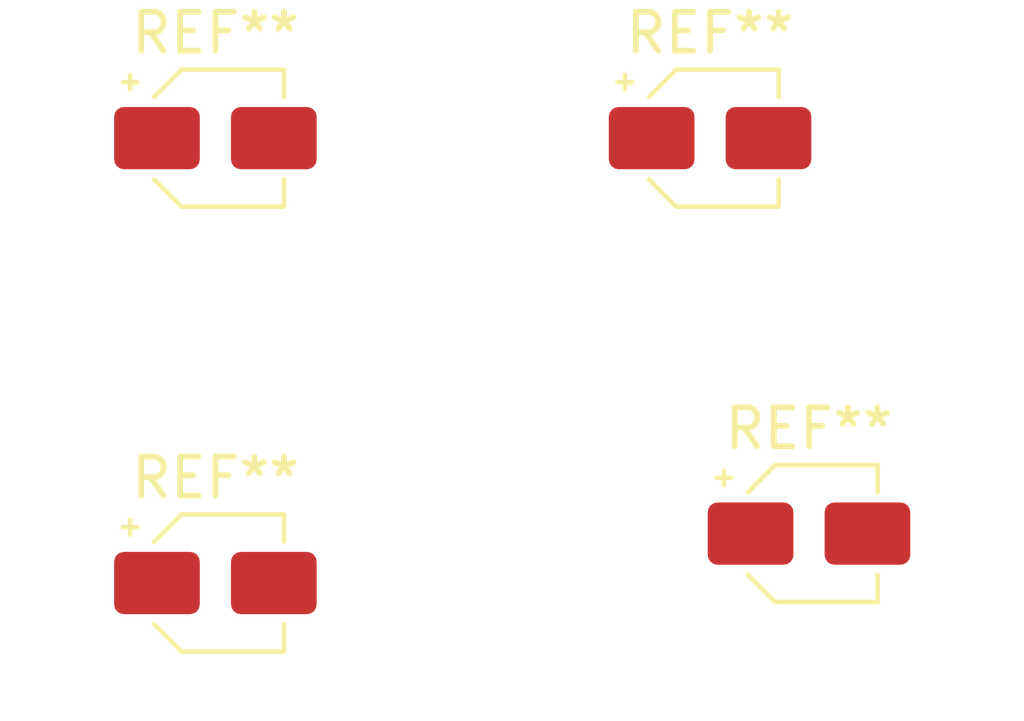
<source format=kicad_pcb>
(kicad_pcb (version 20171130) (host pcbnew 5.1.9-73d0e3b20d~88~ubuntu20.04.1)

  (general
    (thickness 1.6)
    (drawings 0)
    (tracks 0)
    (zones 0)
    (modules 4)
    (nets 1)
  )

  (page A4)
  (layers
    (0 F.Cu signal)
    (31 B.Cu signal)
    (32 B.Adhes user)
    (33 F.Adhes user)
    (34 B.Paste user)
    (35 F.Paste user)
    (36 B.SilkS user)
    (37 F.SilkS user)
    (38 B.Mask user)
    (39 F.Mask user)
    (40 Dwgs.User user)
    (41 Cmts.User user)
    (42 Eco1.User user)
    (43 Eco2.User user)
    (44 Edge.Cuts user)
    (45 Margin user)
    (46 B.CrtYd user)
    (47 F.CrtYd user)
    (48 B.Fab user)
    (49 F.Fab user)
  )

  (setup
    (last_trace_width 0.25)
    (trace_clearance 0.2)
    (zone_clearance 0.508)
    (zone_45_only no)
    (trace_min 0.2)
    (via_size 0.8)
    (via_drill 0.4)
    (via_min_size 0.4)
    (via_min_drill 0.3)
    (uvia_size 0.3)
    (uvia_drill 0.1)
    (uvias_allowed no)
    (uvia_min_size 0.2)
    (uvia_min_drill 0.1)
    (edge_width 0.05)
    (segment_width 0.2)
    (pcb_text_width 0.3)
    (pcb_text_size 1.5 1.5)
    (mod_edge_width 0.12)
    (mod_text_size 1 1)
    (mod_text_width 0.15)
    (pad_size 1.524 1.524)
    (pad_drill 0.762)
    (pad_to_mask_clearance 0)
    (aux_axis_origin 0 0)
    (visible_elements FFFFFF7F)
    (pcbplotparams
      (layerselection 0x010fc_ffffffff)
      (usegerberextensions false)
      (usegerberattributes true)
      (usegerberadvancedattributes true)
      (creategerberjobfile true)
      (excludeedgelayer true)
      (linewidth 0.100000)
      (plotframeref false)
      (viasonmask false)
      (mode 1)
      (useauxorigin false)
      (hpglpennumber 1)
      (hpglpenspeed 20)
      (hpglpendiameter 15.000000)
      (psnegative false)
      (psa4output false)
      (plotreference true)
      (plotvalue true)
      (plotinvisibletext false)
      (padsonsilk false)
      (subtractmaskfromsilk false)
      (outputformat 1)
      (mirror false)
      (drillshape 1)
      (scaleselection 1)
      (outputdirectory ""))
  )

  (net 0 "")

  (net_class Default "This is the default net class."
    (clearance 0.2)
    (trace_width 0.25)
    (via_dia 0.8)
    (via_drill 0.4)
    (uvia_dia 0.3)
    (uvia_drill 0.1)
  )

  (module Capacitor_SMD:CP_Elec_3x5.4 (layer F.Cu) (tedit 5BCA39CF) (tstamp 60664CFC)
    (at 114.3 83.82)
    (descr "SMD capacitor, aluminum electrolytic, Nichicon, 3.0x5.4mm")
    (tags "capacitor electrolytic")
    (attr smd)
    (fp_text reference REF** (at 0 -2.7) (layer F.SilkS)
      (effects (font (size 1 1) (thickness 0.15)))
    )
    (fp_text value CP_Elec_3x5.4 (at 0 2.7) (layer F.Fab)
      (effects (font (size 1 1) (thickness 0.15)))
    )
    (fp_line (start -2.85 1.05) (end -1.78 1.05) (layer F.CrtYd) (width 0.05))
    (fp_line (start -2.85 -1.05) (end -2.85 1.05) (layer F.CrtYd) (width 0.05))
    (fp_line (start -1.78 -1.05) (end -2.85 -1.05) (layer F.CrtYd) (width 0.05))
    (fp_line (start -1.78 -1.05) (end -0.93 -1.9) (layer F.CrtYd) (width 0.05))
    (fp_line (start -1.78 1.05) (end -0.93 1.9) (layer F.CrtYd) (width 0.05))
    (fp_line (start -0.93 -1.9) (end 1.9 -1.9) (layer F.CrtYd) (width 0.05))
    (fp_line (start -0.93 1.9) (end 1.9 1.9) (layer F.CrtYd) (width 0.05))
    (fp_line (start 1.9 1.05) (end 1.9 1.9) (layer F.CrtYd) (width 0.05))
    (fp_line (start 2.85 1.05) (end 1.9 1.05) (layer F.CrtYd) (width 0.05))
    (fp_line (start 2.85 -1.05) (end 2.85 1.05) (layer F.CrtYd) (width 0.05))
    (fp_line (start 1.9 -1.05) (end 2.85 -1.05) (layer F.CrtYd) (width 0.05))
    (fp_line (start 1.9 -1.9) (end 1.9 -1.05) (layer F.CrtYd) (width 0.05))
    (fp_line (start -2.1875 -1.6225) (end -2.1875 -1.2475) (layer F.SilkS) (width 0.12))
    (fp_line (start -2.375 -1.435) (end -2 -1.435) (layer F.SilkS) (width 0.12))
    (fp_line (start -1.570563 1.06) (end -0.870563 1.76) (layer F.SilkS) (width 0.12))
    (fp_line (start -1.570563 -1.06) (end -0.870563 -1.76) (layer F.SilkS) (width 0.12))
    (fp_line (start -0.870563 1.76) (end 1.76 1.76) (layer F.SilkS) (width 0.12))
    (fp_line (start -0.870563 -1.76) (end 1.76 -1.76) (layer F.SilkS) (width 0.12))
    (fp_line (start 1.76 -1.76) (end 1.76 -1.06) (layer F.SilkS) (width 0.12))
    (fp_line (start 1.76 1.76) (end 1.76 1.06) (layer F.SilkS) (width 0.12))
    (fp_line (start -0.960469 -0.95) (end -0.960469 -0.65) (layer F.Fab) (width 0.1))
    (fp_line (start -1.110469 -0.8) (end -0.810469 -0.8) (layer F.Fab) (width 0.1))
    (fp_line (start -1.65 0.825) (end -0.825 1.65) (layer F.Fab) (width 0.1))
    (fp_line (start -1.65 -0.825) (end -0.825 -1.65) (layer F.Fab) (width 0.1))
    (fp_line (start -1.65 -0.825) (end -1.65 0.825) (layer F.Fab) (width 0.1))
    (fp_line (start -0.825 1.65) (end 1.65 1.65) (layer F.Fab) (width 0.1))
    (fp_line (start -0.825 -1.65) (end 1.65 -1.65) (layer F.Fab) (width 0.1))
    (fp_line (start 1.65 -1.65) (end 1.65 1.65) (layer F.Fab) (width 0.1))
    (fp_circle (center 0 0) (end 1.5 0) (layer F.Fab) (width 0.1))
    (fp_text user %R (at 0 0) (layer F.Fab)
      (effects (font (size 0.6 0.6) (thickness 0.09)))
    )
    (pad 1 smd roundrect (at -1.5 0) (size 2.2 1.6) (layers F.Cu F.Paste F.Mask) (roundrect_rratio 0.15625))
    (pad 2 smd roundrect (at 1.5 0) (size 2.2 1.6) (layers F.Cu F.Paste F.Mask) (roundrect_rratio 0.15625))
    (model ${KISYS3DMOD}/Capacitor_SMD.3dshapes/CP_Elec_3x5.4.wrl
      (at (xyz 0 0 0))
      (scale (xyz 1 1 1))
      (rotate (xyz 0 0 0))
    )
  )

  (module Capacitor_SMD:CP_Elec_3x5.4 (layer F.Cu) (tedit 5BCA39CF) (tstamp 60664CB6)
    (at 99.06 85.09)
    (descr "SMD capacitor, aluminum electrolytic, Nichicon, 3.0x5.4mm")
    (tags "capacitor electrolytic")
    (attr smd)
    (fp_text reference REF** (at 0 -2.7) (layer F.SilkS)
      (effects (font (size 1 1) (thickness 0.15)))
    )
    (fp_text value CP_Elec_3x5.4 (at 0 2.7) (layer F.Fab)
      (effects (font (size 1 1) (thickness 0.15)))
    )
    (fp_text user %R (at 0 0) (layer F.Fab)
      (effects (font (size 0.6 0.6) (thickness 0.09)))
    )
    (fp_circle (center 0 0) (end 1.5 0) (layer F.Fab) (width 0.1))
    (fp_line (start 1.65 -1.65) (end 1.65 1.65) (layer F.Fab) (width 0.1))
    (fp_line (start -0.825 -1.65) (end 1.65 -1.65) (layer F.Fab) (width 0.1))
    (fp_line (start -0.825 1.65) (end 1.65 1.65) (layer F.Fab) (width 0.1))
    (fp_line (start -1.65 -0.825) (end -1.65 0.825) (layer F.Fab) (width 0.1))
    (fp_line (start -1.65 -0.825) (end -0.825 -1.65) (layer F.Fab) (width 0.1))
    (fp_line (start -1.65 0.825) (end -0.825 1.65) (layer F.Fab) (width 0.1))
    (fp_line (start -1.110469 -0.8) (end -0.810469 -0.8) (layer F.Fab) (width 0.1))
    (fp_line (start -0.960469 -0.95) (end -0.960469 -0.65) (layer F.Fab) (width 0.1))
    (fp_line (start 1.76 1.76) (end 1.76 1.06) (layer F.SilkS) (width 0.12))
    (fp_line (start 1.76 -1.76) (end 1.76 -1.06) (layer F.SilkS) (width 0.12))
    (fp_line (start -0.870563 -1.76) (end 1.76 -1.76) (layer F.SilkS) (width 0.12))
    (fp_line (start -0.870563 1.76) (end 1.76 1.76) (layer F.SilkS) (width 0.12))
    (fp_line (start -1.570563 -1.06) (end -0.870563 -1.76) (layer F.SilkS) (width 0.12))
    (fp_line (start -1.570563 1.06) (end -0.870563 1.76) (layer F.SilkS) (width 0.12))
    (fp_line (start -2.375 -1.435) (end -2 -1.435) (layer F.SilkS) (width 0.12))
    (fp_line (start -2.1875 -1.6225) (end -2.1875 -1.2475) (layer F.SilkS) (width 0.12))
    (fp_line (start 1.9 -1.9) (end 1.9 -1.05) (layer F.CrtYd) (width 0.05))
    (fp_line (start 1.9 -1.05) (end 2.85 -1.05) (layer F.CrtYd) (width 0.05))
    (fp_line (start 2.85 -1.05) (end 2.85 1.05) (layer F.CrtYd) (width 0.05))
    (fp_line (start 2.85 1.05) (end 1.9 1.05) (layer F.CrtYd) (width 0.05))
    (fp_line (start 1.9 1.05) (end 1.9 1.9) (layer F.CrtYd) (width 0.05))
    (fp_line (start -0.93 1.9) (end 1.9 1.9) (layer F.CrtYd) (width 0.05))
    (fp_line (start -0.93 -1.9) (end 1.9 -1.9) (layer F.CrtYd) (width 0.05))
    (fp_line (start -1.78 1.05) (end -0.93 1.9) (layer F.CrtYd) (width 0.05))
    (fp_line (start -1.78 -1.05) (end -0.93 -1.9) (layer F.CrtYd) (width 0.05))
    (fp_line (start -1.78 -1.05) (end -2.85 -1.05) (layer F.CrtYd) (width 0.05))
    (fp_line (start -2.85 -1.05) (end -2.85 1.05) (layer F.CrtYd) (width 0.05))
    (fp_line (start -2.85 1.05) (end -1.78 1.05) (layer F.CrtYd) (width 0.05))
    (pad 2 smd roundrect (at 1.5 0) (size 2.2 1.6) (layers F.Cu F.Paste F.Mask) (roundrect_rratio 0.15625))
    (pad 1 smd roundrect (at -1.5 0) (size 2.2 1.6) (layers F.Cu F.Paste F.Mask) (roundrect_rratio 0.15625))
    (model ${KISYS3DMOD}/Capacitor_SMD.3dshapes/CP_Elec_3x5.4.wrl
      (at (xyz 0 0 0))
      (scale (xyz 1 1 1))
      (rotate (xyz 0 0 0))
    )
  )

  (module Capacitor_SMD:CP_Elec_3x5.4 (layer F.Cu) (tedit 5BCA39CF) (tstamp 60664C70)
    (at 111.76 73.66)
    (descr "SMD capacitor, aluminum electrolytic, Nichicon, 3.0x5.4mm")
    (tags "capacitor electrolytic")
    (attr smd)
    (fp_text reference REF** (at 0 -2.7) (layer F.SilkS)
      (effects (font (size 1 1) (thickness 0.15)))
    )
    (fp_text value CP_Elec_3x5.4 (at 0 2.7) (layer F.Fab)
      (effects (font (size 1 1) (thickness 0.15)))
    )
    (fp_line (start -2.85 1.05) (end -1.78 1.05) (layer F.CrtYd) (width 0.05))
    (fp_line (start -2.85 -1.05) (end -2.85 1.05) (layer F.CrtYd) (width 0.05))
    (fp_line (start -1.78 -1.05) (end -2.85 -1.05) (layer F.CrtYd) (width 0.05))
    (fp_line (start -1.78 -1.05) (end -0.93 -1.9) (layer F.CrtYd) (width 0.05))
    (fp_line (start -1.78 1.05) (end -0.93 1.9) (layer F.CrtYd) (width 0.05))
    (fp_line (start -0.93 -1.9) (end 1.9 -1.9) (layer F.CrtYd) (width 0.05))
    (fp_line (start -0.93 1.9) (end 1.9 1.9) (layer F.CrtYd) (width 0.05))
    (fp_line (start 1.9 1.05) (end 1.9 1.9) (layer F.CrtYd) (width 0.05))
    (fp_line (start 2.85 1.05) (end 1.9 1.05) (layer F.CrtYd) (width 0.05))
    (fp_line (start 2.85 -1.05) (end 2.85 1.05) (layer F.CrtYd) (width 0.05))
    (fp_line (start 1.9 -1.05) (end 2.85 -1.05) (layer F.CrtYd) (width 0.05))
    (fp_line (start 1.9 -1.9) (end 1.9 -1.05) (layer F.CrtYd) (width 0.05))
    (fp_line (start -2.1875 -1.6225) (end -2.1875 -1.2475) (layer F.SilkS) (width 0.12))
    (fp_line (start -2.375 -1.435) (end -2 -1.435) (layer F.SilkS) (width 0.12))
    (fp_line (start -1.570563 1.06) (end -0.870563 1.76) (layer F.SilkS) (width 0.12))
    (fp_line (start -1.570563 -1.06) (end -0.870563 -1.76) (layer F.SilkS) (width 0.12))
    (fp_line (start -0.870563 1.76) (end 1.76 1.76) (layer F.SilkS) (width 0.12))
    (fp_line (start -0.870563 -1.76) (end 1.76 -1.76) (layer F.SilkS) (width 0.12))
    (fp_line (start 1.76 -1.76) (end 1.76 -1.06) (layer F.SilkS) (width 0.12))
    (fp_line (start 1.76 1.76) (end 1.76 1.06) (layer F.SilkS) (width 0.12))
    (fp_line (start -0.960469 -0.95) (end -0.960469 -0.65) (layer F.Fab) (width 0.1))
    (fp_line (start -1.110469 -0.8) (end -0.810469 -0.8) (layer F.Fab) (width 0.1))
    (fp_line (start -1.65 0.825) (end -0.825 1.65) (layer F.Fab) (width 0.1))
    (fp_line (start -1.65 -0.825) (end -0.825 -1.65) (layer F.Fab) (width 0.1))
    (fp_line (start -1.65 -0.825) (end -1.65 0.825) (layer F.Fab) (width 0.1))
    (fp_line (start -0.825 1.65) (end 1.65 1.65) (layer F.Fab) (width 0.1))
    (fp_line (start -0.825 -1.65) (end 1.65 -1.65) (layer F.Fab) (width 0.1))
    (fp_line (start 1.65 -1.65) (end 1.65 1.65) (layer F.Fab) (width 0.1))
    (fp_circle (center 0 0) (end 1.5 0) (layer F.Fab) (width 0.1))
    (fp_text user %R (at 0 0) (layer F.Fab)
      (effects (font (size 0.6 0.6) (thickness 0.09)))
    )
    (pad 1 smd roundrect (at -1.5 0) (size 2.2 1.6) (layers F.Cu F.Paste F.Mask) (roundrect_rratio 0.15625))
    (pad 2 smd roundrect (at 1.5 0) (size 2.2 1.6) (layers F.Cu F.Paste F.Mask) (roundrect_rratio 0.15625))
    (model ${KISYS3DMOD}/Capacitor_SMD.3dshapes/CP_Elec_3x5.4.wrl
      (at (xyz 0 0 0))
      (scale (xyz 1 1 1))
      (rotate (xyz 0 0 0))
    )
  )

  (module Capacitor_SMD:CP_Elec_3x5.4 (layer F.Cu) (tedit 5BCA39CF) (tstamp 60664C4B)
    (at 99.06 73.66)
    (descr "SMD capacitor, aluminum electrolytic, Nichicon, 3.0x5.4mm")
    (tags "capacitor electrolytic")
    (attr smd)
    (fp_text reference REF** (at 0 -2.7) (layer F.SilkS)
      (effects (font (size 1 1) (thickness 0.15)))
    )
    (fp_text value CP_Elec_3x5.4 (at 0 2.7) (layer F.Fab)
      (effects (font (size 1 1) (thickness 0.15)))
    )
    (fp_text user %R (at 0 0) (layer F.Fab)
      (effects (font (size 0.6 0.6) (thickness 0.09)))
    )
    (fp_circle (center 0 0) (end 1.5 0) (layer F.Fab) (width 0.1))
    (fp_line (start 1.65 -1.65) (end 1.65 1.65) (layer F.Fab) (width 0.1))
    (fp_line (start -0.825 -1.65) (end 1.65 -1.65) (layer F.Fab) (width 0.1))
    (fp_line (start -0.825 1.65) (end 1.65 1.65) (layer F.Fab) (width 0.1))
    (fp_line (start -1.65 -0.825) (end -1.65 0.825) (layer F.Fab) (width 0.1))
    (fp_line (start -1.65 -0.825) (end -0.825 -1.65) (layer F.Fab) (width 0.1))
    (fp_line (start -1.65 0.825) (end -0.825 1.65) (layer F.Fab) (width 0.1))
    (fp_line (start -1.110469 -0.8) (end -0.810469 -0.8) (layer F.Fab) (width 0.1))
    (fp_line (start -0.960469 -0.95) (end -0.960469 -0.65) (layer F.Fab) (width 0.1))
    (fp_line (start 1.76 1.76) (end 1.76 1.06) (layer F.SilkS) (width 0.12))
    (fp_line (start 1.76 -1.76) (end 1.76 -1.06) (layer F.SilkS) (width 0.12))
    (fp_line (start -0.870563 -1.76) (end 1.76 -1.76) (layer F.SilkS) (width 0.12))
    (fp_line (start -0.870563 1.76) (end 1.76 1.76) (layer F.SilkS) (width 0.12))
    (fp_line (start -1.570563 -1.06) (end -0.870563 -1.76) (layer F.SilkS) (width 0.12))
    (fp_line (start -1.570563 1.06) (end -0.870563 1.76) (layer F.SilkS) (width 0.12))
    (fp_line (start -2.375 -1.435) (end -2 -1.435) (layer F.SilkS) (width 0.12))
    (fp_line (start -2.1875 -1.6225) (end -2.1875 -1.2475) (layer F.SilkS) (width 0.12))
    (fp_line (start 1.9 -1.9) (end 1.9 -1.05) (layer F.CrtYd) (width 0.05))
    (fp_line (start 1.9 -1.05) (end 2.85 -1.05) (layer F.CrtYd) (width 0.05))
    (fp_line (start 2.85 -1.05) (end 2.85 1.05) (layer F.CrtYd) (width 0.05))
    (fp_line (start 2.85 1.05) (end 1.9 1.05) (layer F.CrtYd) (width 0.05))
    (fp_line (start 1.9 1.05) (end 1.9 1.9) (layer F.CrtYd) (width 0.05))
    (fp_line (start -0.93 1.9) (end 1.9 1.9) (layer F.CrtYd) (width 0.05))
    (fp_line (start -0.93 -1.9) (end 1.9 -1.9) (layer F.CrtYd) (width 0.05))
    (fp_line (start -1.78 1.05) (end -0.93 1.9) (layer F.CrtYd) (width 0.05))
    (fp_line (start -1.78 -1.05) (end -0.93 -1.9) (layer F.CrtYd) (width 0.05))
    (fp_line (start -1.78 -1.05) (end -2.85 -1.05) (layer F.CrtYd) (width 0.05))
    (fp_line (start -2.85 -1.05) (end -2.85 1.05) (layer F.CrtYd) (width 0.05))
    (fp_line (start -2.85 1.05) (end -1.78 1.05) (layer F.CrtYd) (width 0.05))
    (pad 2 smd roundrect (at 1.5 0) (size 2.2 1.6) (layers F.Cu F.Paste F.Mask) (roundrect_rratio 0.15625))
    (pad 1 smd roundrect (at -1.5 0) (size 2.2 1.6) (layers F.Cu F.Paste F.Mask) (roundrect_rratio 0.15625))
    (model ${KISYS3DMOD}/Capacitor_SMD.3dshapes/CP_Elec_3x5.4.wrl
      (at (xyz 0 0 0))
      (scale (xyz 1 1 1))
      (rotate (xyz 0 0 0))
    )
  )

)

</source>
